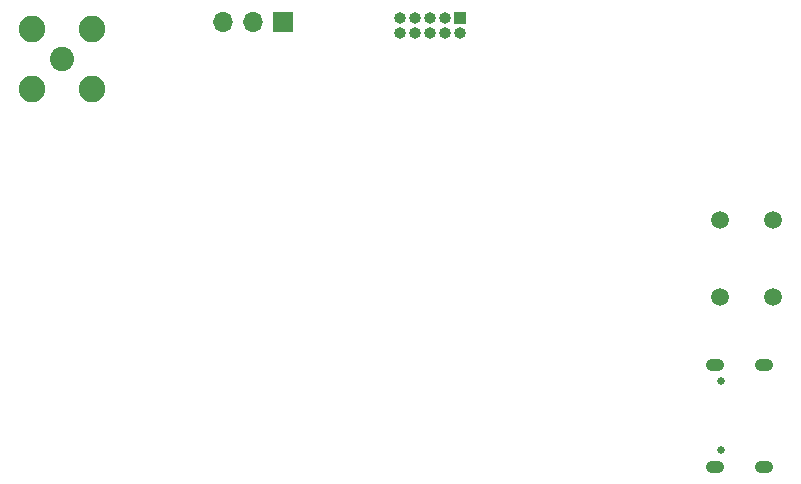
<source format=gbr>
%TF.GenerationSoftware,KiCad,Pcbnew,(5.99.0-8018-g9a0f685a75)*%
%TF.CreationDate,2021-03-03T16:59:48+00:00*%
%TF.ProjectId,CM4,434d342e-6b69-4636-9164-5f7063625858,rev?*%
%TF.SameCoordinates,Original*%
%TF.FileFunction,Soldermask,Bot*%
%TF.FilePolarity,Negative*%
%FSLAX46Y46*%
G04 Gerber Fmt 4.6, Leading zero omitted, Abs format (unit mm)*
G04 Created by KiCad (PCBNEW (5.99.0-8018-g9a0f685a75)) date 2021-03-03 16:59:48*
%MOMM*%
%LPD*%
G01*
G04 APERTURE LIST*
G04 Aperture macros list*
%AMRoundRect*
0 Rectangle with rounded corners*
0 $1 Rounding radius*
0 $2 $3 $4 $5 $6 $7 $8 $9 X,Y pos of 4 corners*
0 Add a 4 corners polygon primitive as box body*
4,1,4,$2,$3,$4,$5,$6,$7,$8,$9,$2,$3,0*
0 Add four circle primitives for the rounded corners*
1,1,$1+$1,$2,$3,0*
1,1,$1+$1,$4,$5,0*
1,1,$1+$1,$6,$7,0*
1,1,$1+$1,$8,$9,0*
0 Add four rect primitives between the rounded corners*
20,1,$1+$1,$2,$3,$4,$5,0*
20,1,$1+$1,$4,$5,$6,$7,0*
20,1,$1+$1,$6,$7,$8,$9,0*
20,1,$1+$1,$8,$9,$2,$3,0*%
G04 Aperture macros list end*
%ADD10R,1.000000X1.000000*%
%ADD11O,1.000000X1.000000*%
%ADD12C,0.670000*%
%ADD13RoundRect,0.500000X0.300000X0.000000X0.300000X0.000000X-0.300000X0.000000X-0.300000X0.000000X0*%
%ADD14C,1.500000*%
%ADD15C,2.050000*%
%ADD16C,2.250000*%
%ADD17R,1.700000X1.700000*%
%ADD18O,1.700000X1.700000*%
G04 APERTURE END LIST*
D10*
%TO.C,J3*%
X135300000Y-77000000D03*
D11*
X135300000Y-78270000D03*
X134030000Y-77000000D03*
X134030000Y-78270000D03*
X132760000Y-77000000D03*
X132760000Y-78270000D03*
X131490000Y-77000000D03*
X131490000Y-78270000D03*
X130220000Y-77000000D03*
X130220000Y-78270000D03*
%TD*%
D12*
%TO.C,J1*%
X157350000Y-113600000D03*
X157350000Y-107800000D03*
D13*
X156820000Y-115020000D03*
X156820000Y-106380000D03*
X161000000Y-115020000D03*
X161000000Y-106380000D03*
%TD*%
D14*
%TO.C,S1*%
X161800000Y-100650000D03*
X161800000Y-94150000D03*
X157300000Y-94150000D03*
X157300000Y-100650000D03*
%TD*%
D15*
%TO.C,J2*%
X101600000Y-80500000D03*
D16*
X104140000Y-77960000D03*
X99060000Y-77960000D03*
X99060000Y-83040000D03*
X104140000Y-83040000D03*
%TD*%
D17*
%TO.C,J7*%
X120300000Y-77400000D03*
D18*
X117760000Y-77400000D03*
X115220000Y-77400000D03*
%TD*%
M02*

</source>
